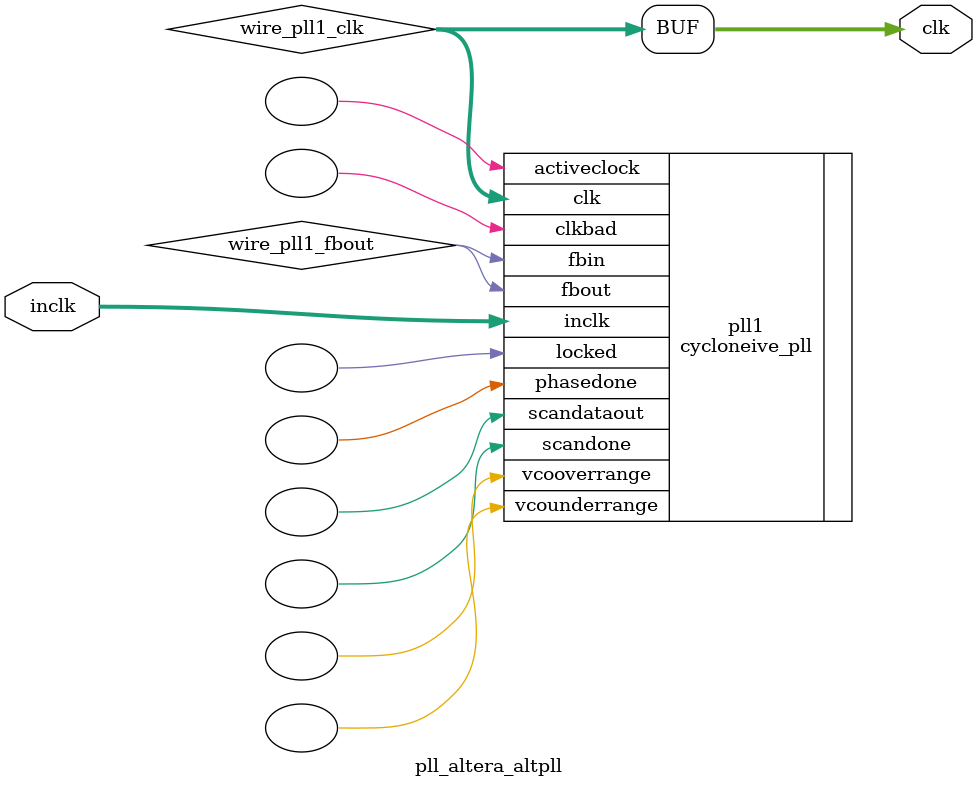
<source format=v>






//synthesis_resources = cycloneive_pll 1 
//synopsys translate_off
`timescale 1 ps / 1 ps
//synopsys translate_on
module  pll_altera_altpll
	( 
	clk,
	inclk) /* synthesis synthesis_clearbox=1 */;
	output   [4:0]  clk;
	input   [1:0]  inclk;
`ifndef ALTERA_RESERVED_QIS
// synopsys translate_off
`endif
	tri0   [1:0]  inclk;
`ifndef ALTERA_RESERVED_QIS
// synopsys translate_on
`endif

	wire  [4:0]   wire_pll1_clk;
	wire  wire_pll1_fbout;

	cycloneive_pll   pll1
	( 
	.activeclock(),
	.clk(wire_pll1_clk),
	.clkbad(),
	.fbin(wire_pll1_fbout),
	.fbout(wire_pll1_fbout),
	.inclk(inclk),
	.locked(),
	.phasedone(),
	.scandataout(),
	.scandone(),
	.vcooverrange(),
	.vcounderrange()
	`ifndef FORMAL_VERIFICATION
	// synopsys translate_off
	`endif
	,
	.areset(1'b0),
	.clkswitch(1'b0),
	.configupdate(1'b0),
	.pfdena(1'b1),
	.phasecounterselect({3{1'b0}}),
	.phasestep(1'b0),
	.phaseupdown(1'b0),
	.scanclk(1'b0),
	.scanclkena(1'b1),
	.scandata(1'b0)
	`ifndef FORMAL_VERIFICATION
	// synopsys translate_on
	`endif
	);
	defparam
		pll1.bandwidth_type = "auto",
		pll1.clk0_divide_by = 10000,
		pll1.clk0_duty_cycle = 50,
		pll1.clk0_multiply_by = 1,
		pll1.clk0_phase_shift = "0",
		pll1.compensate_clock = "clk0",
		pll1.inclk0_input_frequency = 20000,
		pll1.operation_mode = "normal",
		pll1.pll_type = "auto",
		pll1.lpm_type = "cycloneive_pll";
	assign
		clk = {wire_pll1_clk[4:0]};
endmodule //pll_altera_altpll
//VALID FILE

</source>
